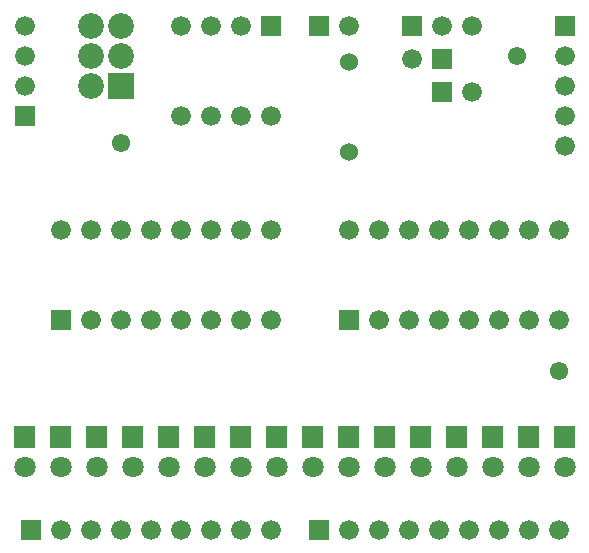
<source format=gbr>
G04 start of page 6 for group -4063 idx -4063 *
G04 Title: binwatch-mini, componentmask *
G04 Creator: pcb 4.0.0 *
G04 CreationDate: Sun Apr 23 22:16:30 2017 UTC *
G04 For: max *
G04 Format: Gerber/RS-274X *
G04 PCB-Dimensions (mm): 50.00 50.00 *
G04 PCB-Coordinate-Origin: lower left *
%MOMM*%
%FSLAX43Y43*%
%LNTOPMASK*%
%ADD45C,1.549*%
%ADD44C,1.524*%
%ADD43C,2.184*%
%ADD42C,1.803*%
%ADD41C,1.676*%
%ADD40C,0.002*%
G54D40*G36*
X1194Y39408D02*Y37732D01*
X2870D01*
Y39408D01*
X1194D01*
G37*
G54D41*X2032Y41110D03*
Y43650D03*
Y46190D03*
G54D40*G36*
X1702Y4356D02*Y2680D01*
X3378D01*
Y4356D01*
X1702D01*
G37*
G36*
X19418Y12294D02*Y10490D01*
X21222D01*
Y12294D01*
X19418D01*
G37*
G36*
X13322D02*Y10490D01*
X15126D01*
Y12294D01*
X13322D01*
G37*
G36*
X16370D02*Y10490D01*
X18174D01*
Y12294D01*
X16370D01*
G37*
G54D42*X20320Y8852D03*
X14224D03*
X17272D03*
G54D41*X15240Y3518D03*
X17780D03*
X20320D03*
X22860D03*
G54D40*G36*
X22022Y47028D02*Y45352D01*
X23698D01*
Y47028D01*
X22022D01*
G37*
G54D41*X22860Y38570D03*
X20320Y46190D03*
Y38570D03*
X17780Y46190D03*
X15240D03*
Y38570D03*
X17780D03*
G54D40*G36*
X4242Y22136D02*Y20460D01*
X5918D01*
Y22136D01*
X4242D01*
G37*
G54D41*X7620Y21298D03*
X10160D03*
X12700D03*
X15240D03*
Y28918D03*
X12700D03*
X10160D03*
X7620D03*
X5080D03*
G54D40*G36*
X9068Y42202D02*Y40018D01*
X11252D01*
Y42202D01*
X9068D01*
G37*
G54D43*X7620Y41110D03*
X10160Y43650D03*
X7620D03*
X10160Y46190D03*
X7620D03*
G54D40*G36*
X1130Y12294D02*Y10490D01*
X2934D01*
Y12294D01*
X1130D01*
G37*
G36*
X4178D02*Y10490D01*
X5982D01*
Y12294D01*
X4178D01*
G37*
G36*
X7226D02*Y10490D01*
X9030D01*
Y12294D01*
X7226D01*
G37*
G36*
X10274D02*Y10490D01*
X12078D01*
Y12294D01*
X10274D01*
G37*
G54D42*X2032Y8852D03*
X5080D03*
X8128D03*
X11176D03*
G54D41*X5080Y3518D03*
X7620D03*
X10160D03*
X12700D03*
G54D40*G36*
X46914Y47028D02*Y45352D01*
X48590D01*
Y47028D01*
X46914D01*
G37*
G54D41*X47752Y43650D03*
Y41110D03*
Y38570D03*
Y36030D03*
G54D40*G36*
X33960Y47028D02*Y45352D01*
X35636D01*
Y47028D01*
X33960D01*
G37*
G54D41*X34798Y43396D03*
X37338Y46190D03*
G54D40*G36*
X36500Y44234D02*Y42558D01*
X38176D01*
Y44234D01*
X36500D01*
G37*
G36*
Y41440D02*Y39764D01*
X38176D01*
Y41440D01*
X36500D01*
G37*
G54D41*X39878Y46190D03*
Y40602D03*
G54D40*G36*
X26086Y47028D02*Y45352D01*
X27762D01*
Y47028D01*
X26086D01*
G37*
G54D41*X29464Y46190D03*
G54D44*Y35522D03*
Y43142D03*
G54D40*G36*
X22466Y12294D02*Y10490D01*
X24270D01*
Y12294D01*
X22466D01*
G37*
G54D42*X23368Y8852D03*
G54D41*X17780Y21298D03*
X20320D03*
X22860D03*
Y28918D03*
X20320D03*
X17780D03*
G54D40*G36*
X28626Y22136D02*Y20460D01*
X30302D01*
Y22136D01*
X28626D01*
G37*
G54D41*X32004Y21298D03*
X34544D03*
X37084D03*
X39624D03*
Y28918D03*
X37084D03*
X34544D03*
X32004D03*
X29464D03*
X42164Y21298D03*
Y28918D03*
X44704Y21298D03*
Y28918D03*
X47244Y21298D03*
Y28918D03*
G54D40*G36*
X25514Y12294D02*Y10490D01*
X27318D01*
Y12294D01*
X25514D01*
G37*
G36*
X28562D02*Y10490D01*
X30366D01*
Y12294D01*
X28562D01*
G37*
G36*
X31610D02*Y10490D01*
X33414D01*
Y12294D01*
X31610D01*
G37*
G36*
X34658D02*Y10490D01*
X36462D01*
Y12294D01*
X34658D01*
G37*
G54D42*X26416Y8852D03*
X29464D03*
X32512D03*
X35560D03*
G54D40*G36*
X26086Y4356D02*Y2680D01*
X27762D01*
Y4356D01*
X26086D01*
G37*
G54D41*X29464Y3518D03*
X32004D03*
G54D40*G36*
X37706Y12294D02*Y10490D01*
X39510D01*
Y12294D01*
X37706D01*
G37*
G36*
X43802D02*Y10490D01*
X45606D01*
Y12294D01*
X43802D01*
G37*
G36*
X46850D02*Y10490D01*
X48654D01*
Y12294D01*
X46850D01*
G37*
G54D42*X38608Y8852D03*
X44704D03*
X47752D03*
G54D40*G36*
X40754Y12294D02*Y10490D01*
X42558D01*
Y12294D01*
X40754D01*
G37*
G54D42*X41656Y8852D03*
G54D41*X34544Y3518D03*
X37084D03*
X39624D03*
X42164D03*
X44704D03*
X47244D03*
G54D45*X43688Y43650D03*
X10160Y36284D03*
X47244Y16980D03*
M02*

</source>
